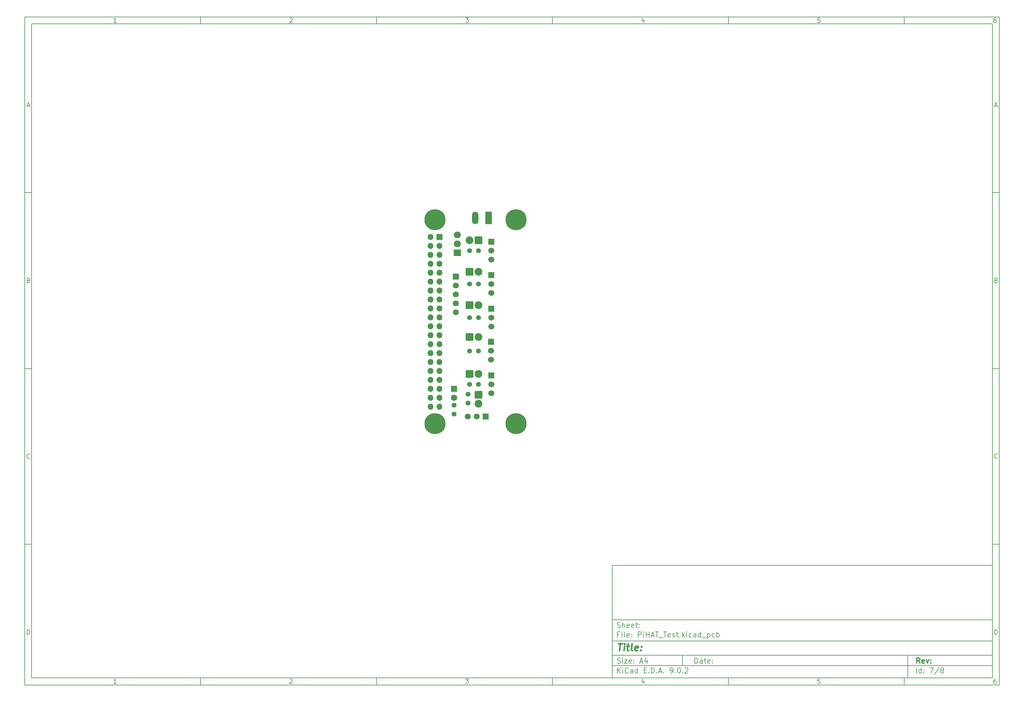
<source format=gbr>
%TF.GenerationSoftware,KiCad,Pcbnew,9.0.2*%
%TF.CreationDate,2025-07-16T09:33:13+08:00*%
%TF.ProjectId,PiHAT_Test,50694841-545f-4546-9573-742e6b696361,rev?*%
%TF.SameCoordinates,Original*%
%TF.FileFunction,Soldermask,Bot*%
%TF.FilePolarity,Negative*%
%FSLAX46Y46*%
G04 Gerber Fmt 4.6, Leading zero omitted, Abs format (unit mm)*
G04 Created by KiCad (PCBNEW 9.0.2) date 2025-07-16 09:33:13*
%MOMM*%
%LPD*%
G01*
G04 APERTURE LIST*
G04 Aperture macros list*
%AMRoundRect*
0 Rectangle with rounded corners*
0 $1 Rounding radius*
0 $2 $3 $4 $5 $6 $7 $8 $9 X,Y pos of 4 corners*
0 Add a 4 corners polygon primitive as box body*
4,1,4,$2,$3,$4,$5,$6,$7,$8,$9,$2,$3,0*
0 Add four circle primitives for the rounded corners*
1,1,$1+$1,$2,$3*
1,1,$1+$1,$4,$5*
1,1,$1+$1,$6,$7*
1,1,$1+$1,$8,$9*
0 Add four rect primitives between the rounded corners*
20,1,$1+$1,$2,$3,$4,$5,0*
20,1,$1+$1,$4,$5,$6,$7,0*
20,1,$1+$1,$6,$7,$8,$9,0*
20,1,$1+$1,$8,$9,$2,$3,0*%
G04 Aperture macros list end*
%ADD10C,0.100000*%
%ADD11C,0.150000*%
%ADD12C,0.300000*%
%ADD13C,0.400000*%
%ADD14C,6.000000*%
%ADD15R,1.700000X1.700000*%
%ADD16O,1.700000X1.700000*%
%ADD17C,1.700000*%
%ADD18RoundRect,0.249999X-0.850001X-0.850001X0.850001X-0.850001X0.850001X0.850001X-0.850001X0.850001X0*%
%ADD19C,2.200000*%
%ADD20R,1.800000X1.800000*%
%ADD21C,1.800000*%
%ADD22RoundRect,0.250000X0.650000X1.550000X-0.650000X1.550000X-0.650000X-1.550000X0.650000X-1.550000X0*%
%ADD23O,1.800000X3.600000*%
%ADD24C,1.400000*%
%ADD25RoundRect,0.249999X-0.850001X0.850001X-0.850001X-0.850001X0.850001X-0.850001X0.850001X0.850001X0*%
%ADD26RoundRect,0.249999X0.850001X0.850001X-0.850001X0.850001X-0.850001X-0.850001X0.850001X-0.850001X0*%
%ADD27R,2.000000X1.905000*%
%ADD28O,2.000000X1.905000*%
G04 APERTURE END LIST*
D10*
D11*
X177002200Y-166007200D02*
X285002200Y-166007200D01*
X285002200Y-198007200D01*
X177002200Y-198007200D01*
X177002200Y-166007200D01*
D10*
D11*
X10000000Y-10000000D02*
X287002200Y-10000000D01*
X287002200Y-200007200D01*
X10000000Y-200007200D01*
X10000000Y-10000000D01*
D10*
D11*
X12000000Y-12000000D02*
X285002200Y-12000000D01*
X285002200Y-198007200D01*
X12000000Y-198007200D01*
X12000000Y-12000000D01*
D10*
D11*
X60000000Y-12000000D02*
X60000000Y-10000000D01*
D10*
D11*
X110000000Y-12000000D02*
X110000000Y-10000000D01*
D10*
D11*
X160000000Y-12000000D02*
X160000000Y-10000000D01*
D10*
D11*
X210000000Y-12000000D02*
X210000000Y-10000000D01*
D10*
D11*
X260000000Y-12000000D02*
X260000000Y-10000000D01*
D10*
D11*
X36089160Y-11593604D02*
X35346303Y-11593604D01*
X35717731Y-11593604D02*
X35717731Y-10293604D01*
X35717731Y-10293604D02*
X35593922Y-10479319D01*
X35593922Y-10479319D02*
X35470112Y-10603128D01*
X35470112Y-10603128D02*
X35346303Y-10665033D01*
D10*
D11*
X85346303Y-10417414D02*
X85408207Y-10355509D01*
X85408207Y-10355509D02*
X85532017Y-10293604D01*
X85532017Y-10293604D02*
X85841541Y-10293604D01*
X85841541Y-10293604D02*
X85965350Y-10355509D01*
X85965350Y-10355509D02*
X86027255Y-10417414D01*
X86027255Y-10417414D02*
X86089160Y-10541223D01*
X86089160Y-10541223D02*
X86089160Y-10665033D01*
X86089160Y-10665033D02*
X86027255Y-10850747D01*
X86027255Y-10850747D02*
X85284398Y-11593604D01*
X85284398Y-11593604D02*
X86089160Y-11593604D01*
D10*
D11*
X135284398Y-10293604D02*
X136089160Y-10293604D01*
X136089160Y-10293604D02*
X135655826Y-10788842D01*
X135655826Y-10788842D02*
X135841541Y-10788842D01*
X135841541Y-10788842D02*
X135965350Y-10850747D01*
X135965350Y-10850747D02*
X136027255Y-10912652D01*
X136027255Y-10912652D02*
X136089160Y-11036461D01*
X136089160Y-11036461D02*
X136089160Y-11345985D01*
X136089160Y-11345985D02*
X136027255Y-11469795D01*
X136027255Y-11469795D02*
X135965350Y-11531700D01*
X135965350Y-11531700D02*
X135841541Y-11593604D01*
X135841541Y-11593604D02*
X135470112Y-11593604D01*
X135470112Y-11593604D02*
X135346303Y-11531700D01*
X135346303Y-11531700D02*
X135284398Y-11469795D01*
D10*
D11*
X185965350Y-10726938D02*
X185965350Y-11593604D01*
X185655826Y-10231700D02*
X185346303Y-11160271D01*
X185346303Y-11160271D02*
X186151064Y-11160271D01*
D10*
D11*
X236027255Y-10293604D02*
X235408207Y-10293604D01*
X235408207Y-10293604D02*
X235346303Y-10912652D01*
X235346303Y-10912652D02*
X235408207Y-10850747D01*
X235408207Y-10850747D02*
X235532017Y-10788842D01*
X235532017Y-10788842D02*
X235841541Y-10788842D01*
X235841541Y-10788842D02*
X235965350Y-10850747D01*
X235965350Y-10850747D02*
X236027255Y-10912652D01*
X236027255Y-10912652D02*
X236089160Y-11036461D01*
X236089160Y-11036461D02*
X236089160Y-11345985D01*
X236089160Y-11345985D02*
X236027255Y-11469795D01*
X236027255Y-11469795D02*
X235965350Y-11531700D01*
X235965350Y-11531700D02*
X235841541Y-11593604D01*
X235841541Y-11593604D02*
X235532017Y-11593604D01*
X235532017Y-11593604D02*
X235408207Y-11531700D01*
X235408207Y-11531700D02*
X235346303Y-11469795D01*
D10*
D11*
X285965350Y-10293604D02*
X285717731Y-10293604D01*
X285717731Y-10293604D02*
X285593922Y-10355509D01*
X285593922Y-10355509D02*
X285532017Y-10417414D01*
X285532017Y-10417414D02*
X285408207Y-10603128D01*
X285408207Y-10603128D02*
X285346303Y-10850747D01*
X285346303Y-10850747D02*
X285346303Y-11345985D01*
X285346303Y-11345985D02*
X285408207Y-11469795D01*
X285408207Y-11469795D02*
X285470112Y-11531700D01*
X285470112Y-11531700D02*
X285593922Y-11593604D01*
X285593922Y-11593604D02*
X285841541Y-11593604D01*
X285841541Y-11593604D02*
X285965350Y-11531700D01*
X285965350Y-11531700D02*
X286027255Y-11469795D01*
X286027255Y-11469795D02*
X286089160Y-11345985D01*
X286089160Y-11345985D02*
X286089160Y-11036461D01*
X286089160Y-11036461D02*
X286027255Y-10912652D01*
X286027255Y-10912652D02*
X285965350Y-10850747D01*
X285965350Y-10850747D02*
X285841541Y-10788842D01*
X285841541Y-10788842D02*
X285593922Y-10788842D01*
X285593922Y-10788842D02*
X285470112Y-10850747D01*
X285470112Y-10850747D02*
X285408207Y-10912652D01*
X285408207Y-10912652D02*
X285346303Y-11036461D01*
D10*
D11*
X60000000Y-198007200D02*
X60000000Y-200007200D01*
D10*
D11*
X110000000Y-198007200D02*
X110000000Y-200007200D01*
D10*
D11*
X160000000Y-198007200D02*
X160000000Y-200007200D01*
D10*
D11*
X210000000Y-198007200D02*
X210000000Y-200007200D01*
D10*
D11*
X260000000Y-198007200D02*
X260000000Y-200007200D01*
D10*
D11*
X36089160Y-199600804D02*
X35346303Y-199600804D01*
X35717731Y-199600804D02*
X35717731Y-198300804D01*
X35717731Y-198300804D02*
X35593922Y-198486519D01*
X35593922Y-198486519D02*
X35470112Y-198610328D01*
X35470112Y-198610328D02*
X35346303Y-198672233D01*
D10*
D11*
X85346303Y-198424614D02*
X85408207Y-198362709D01*
X85408207Y-198362709D02*
X85532017Y-198300804D01*
X85532017Y-198300804D02*
X85841541Y-198300804D01*
X85841541Y-198300804D02*
X85965350Y-198362709D01*
X85965350Y-198362709D02*
X86027255Y-198424614D01*
X86027255Y-198424614D02*
X86089160Y-198548423D01*
X86089160Y-198548423D02*
X86089160Y-198672233D01*
X86089160Y-198672233D02*
X86027255Y-198857947D01*
X86027255Y-198857947D02*
X85284398Y-199600804D01*
X85284398Y-199600804D02*
X86089160Y-199600804D01*
D10*
D11*
X135284398Y-198300804D02*
X136089160Y-198300804D01*
X136089160Y-198300804D02*
X135655826Y-198796042D01*
X135655826Y-198796042D02*
X135841541Y-198796042D01*
X135841541Y-198796042D02*
X135965350Y-198857947D01*
X135965350Y-198857947D02*
X136027255Y-198919852D01*
X136027255Y-198919852D02*
X136089160Y-199043661D01*
X136089160Y-199043661D02*
X136089160Y-199353185D01*
X136089160Y-199353185D02*
X136027255Y-199476995D01*
X136027255Y-199476995D02*
X135965350Y-199538900D01*
X135965350Y-199538900D02*
X135841541Y-199600804D01*
X135841541Y-199600804D02*
X135470112Y-199600804D01*
X135470112Y-199600804D02*
X135346303Y-199538900D01*
X135346303Y-199538900D02*
X135284398Y-199476995D01*
D10*
D11*
X185965350Y-198734138D02*
X185965350Y-199600804D01*
X185655826Y-198238900D02*
X185346303Y-199167471D01*
X185346303Y-199167471D02*
X186151064Y-199167471D01*
D10*
D11*
X236027255Y-198300804D02*
X235408207Y-198300804D01*
X235408207Y-198300804D02*
X235346303Y-198919852D01*
X235346303Y-198919852D02*
X235408207Y-198857947D01*
X235408207Y-198857947D02*
X235532017Y-198796042D01*
X235532017Y-198796042D02*
X235841541Y-198796042D01*
X235841541Y-198796042D02*
X235965350Y-198857947D01*
X235965350Y-198857947D02*
X236027255Y-198919852D01*
X236027255Y-198919852D02*
X236089160Y-199043661D01*
X236089160Y-199043661D02*
X236089160Y-199353185D01*
X236089160Y-199353185D02*
X236027255Y-199476995D01*
X236027255Y-199476995D02*
X235965350Y-199538900D01*
X235965350Y-199538900D02*
X235841541Y-199600804D01*
X235841541Y-199600804D02*
X235532017Y-199600804D01*
X235532017Y-199600804D02*
X235408207Y-199538900D01*
X235408207Y-199538900D02*
X235346303Y-199476995D01*
D10*
D11*
X285965350Y-198300804D02*
X285717731Y-198300804D01*
X285717731Y-198300804D02*
X285593922Y-198362709D01*
X285593922Y-198362709D02*
X285532017Y-198424614D01*
X285532017Y-198424614D02*
X285408207Y-198610328D01*
X285408207Y-198610328D02*
X285346303Y-198857947D01*
X285346303Y-198857947D02*
X285346303Y-199353185D01*
X285346303Y-199353185D02*
X285408207Y-199476995D01*
X285408207Y-199476995D02*
X285470112Y-199538900D01*
X285470112Y-199538900D02*
X285593922Y-199600804D01*
X285593922Y-199600804D02*
X285841541Y-199600804D01*
X285841541Y-199600804D02*
X285965350Y-199538900D01*
X285965350Y-199538900D02*
X286027255Y-199476995D01*
X286027255Y-199476995D02*
X286089160Y-199353185D01*
X286089160Y-199353185D02*
X286089160Y-199043661D01*
X286089160Y-199043661D02*
X286027255Y-198919852D01*
X286027255Y-198919852D02*
X285965350Y-198857947D01*
X285965350Y-198857947D02*
X285841541Y-198796042D01*
X285841541Y-198796042D02*
X285593922Y-198796042D01*
X285593922Y-198796042D02*
X285470112Y-198857947D01*
X285470112Y-198857947D02*
X285408207Y-198919852D01*
X285408207Y-198919852D02*
X285346303Y-199043661D01*
D10*
D11*
X10000000Y-60000000D02*
X12000000Y-60000000D01*
D10*
D11*
X10000000Y-110000000D02*
X12000000Y-110000000D01*
D10*
D11*
X10000000Y-160000000D02*
X12000000Y-160000000D01*
D10*
D11*
X10690476Y-35222176D02*
X11309523Y-35222176D01*
X10566666Y-35593604D02*
X10999999Y-34293604D01*
X10999999Y-34293604D02*
X11433333Y-35593604D01*
D10*
D11*
X11092857Y-84912652D02*
X11278571Y-84974557D01*
X11278571Y-84974557D02*
X11340476Y-85036461D01*
X11340476Y-85036461D02*
X11402380Y-85160271D01*
X11402380Y-85160271D02*
X11402380Y-85345985D01*
X11402380Y-85345985D02*
X11340476Y-85469795D01*
X11340476Y-85469795D02*
X11278571Y-85531700D01*
X11278571Y-85531700D02*
X11154761Y-85593604D01*
X11154761Y-85593604D02*
X10659523Y-85593604D01*
X10659523Y-85593604D02*
X10659523Y-84293604D01*
X10659523Y-84293604D02*
X11092857Y-84293604D01*
X11092857Y-84293604D02*
X11216666Y-84355509D01*
X11216666Y-84355509D02*
X11278571Y-84417414D01*
X11278571Y-84417414D02*
X11340476Y-84541223D01*
X11340476Y-84541223D02*
X11340476Y-84665033D01*
X11340476Y-84665033D02*
X11278571Y-84788842D01*
X11278571Y-84788842D02*
X11216666Y-84850747D01*
X11216666Y-84850747D02*
X11092857Y-84912652D01*
X11092857Y-84912652D02*
X10659523Y-84912652D01*
D10*
D11*
X11402380Y-135469795D02*
X11340476Y-135531700D01*
X11340476Y-135531700D02*
X11154761Y-135593604D01*
X11154761Y-135593604D02*
X11030952Y-135593604D01*
X11030952Y-135593604D02*
X10845238Y-135531700D01*
X10845238Y-135531700D02*
X10721428Y-135407890D01*
X10721428Y-135407890D02*
X10659523Y-135284080D01*
X10659523Y-135284080D02*
X10597619Y-135036461D01*
X10597619Y-135036461D02*
X10597619Y-134850747D01*
X10597619Y-134850747D02*
X10659523Y-134603128D01*
X10659523Y-134603128D02*
X10721428Y-134479319D01*
X10721428Y-134479319D02*
X10845238Y-134355509D01*
X10845238Y-134355509D02*
X11030952Y-134293604D01*
X11030952Y-134293604D02*
X11154761Y-134293604D01*
X11154761Y-134293604D02*
X11340476Y-134355509D01*
X11340476Y-134355509D02*
X11402380Y-134417414D01*
D10*
D11*
X10659523Y-185593604D02*
X10659523Y-184293604D01*
X10659523Y-184293604D02*
X10969047Y-184293604D01*
X10969047Y-184293604D02*
X11154761Y-184355509D01*
X11154761Y-184355509D02*
X11278571Y-184479319D01*
X11278571Y-184479319D02*
X11340476Y-184603128D01*
X11340476Y-184603128D02*
X11402380Y-184850747D01*
X11402380Y-184850747D02*
X11402380Y-185036461D01*
X11402380Y-185036461D02*
X11340476Y-185284080D01*
X11340476Y-185284080D02*
X11278571Y-185407890D01*
X11278571Y-185407890D02*
X11154761Y-185531700D01*
X11154761Y-185531700D02*
X10969047Y-185593604D01*
X10969047Y-185593604D02*
X10659523Y-185593604D01*
D10*
D11*
X287002200Y-60000000D02*
X285002200Y-60000000D01*
D10*
D11*
X287002200Y-110000000D02*
X285002200Y-110000000D01*
D10*
D11*
X287002200Y-160000000D02*
X285002200Y-160000000D01*
D10*
D11*
X285692676Y-35222176D02*
X286311723Y-35222176D01*
X285568866Y-35593604D02*
X286002199Y-34293604D01*
X286002199Y-34293604D02*
X286435533Y-35593604D01*
D10*
D11*
X286095057Y-84912652D02*
X286280771Y-84974557D01*
X286280771Y-84974557D02*
X286342676Y-85036461D01*
X286342676Y-85036461D02*
X286404580Y-85160271D01*
X286404580Y-85160271D02*
X286404580Y-85345985D01*
X286404580Y-85345985D02*
X286342676Y-85469795D01*
X286342676Y-85469795D02*
X286280771Y-85531700D01*
X286280771Y-85531700D02*
X286156961Y-85593604D01*
X286156961Y-85593604D02*
X285661723Y-85593604D01*
X285661723Y-85593604D02*
X285661723Y-84293604D01*
X285661723Y-84293604D02*
X286095057Y-84293604D01*
X286095057Y-84293604D02*
X286218866Y-84355509D01*
X286218866Y-84355509D02*
X286280771Y-84417414D01*
X286280771Y-84417414D02*
X286342676Y-84541223D01*
X286342676Y-84541223D02*
X286342676Y-84665033D01*
X286342676Y-84665033D02*
X286280771Y-84788842D01*
X286280771Y-84788842D02*
X286218866Y-84850747D01*
X286218866Y-84850747D02*
X286095057Y-84912652D01*
X286095057Y-84912652D02*
X285661723Y-84912652D01*
D10*
D11*
X286404580Y-135469795D02*
X286342676Y-135531700D01*
X286342676Y-135531700D02*
X286156961Y-135593604D01*
X286156961Y-135593604D02*
X286033152Y-135593604D01*
X286033152Y-135593604D02*
X285847438Y-135531700D01*
X285847438Y-135531700D02*
X285723628Y-135407890D01*
X285723628Y-135407890D02*
X285661723Y-135284080D01*
X285661723Y-135284080D02*
X285599819Y-135036461D01*
X285599819Y-135036461D02*
X285599819Y-134850747D01*
X285599819Y-134850747D02*
X285661723Y-134603128D01*
X285661723Y-134603128D02*
X285723628Y-134479319D01*
X285723628Y-134479319D02*
X285847438Y-134355509D01*
X285847438Y-134355509D02*
X286033152Y-134293604D01*
X286033152Y-134293604D02*
X286156961Y-134293604D01*
X286156961Y-134293604D02*
X286342676Y-134355509D01*
X286342676Y-134355509D02*
X286404580Y-134417414D01*
D10*
D11*
X285661723Y-185593604D02*
X285661723Y-184293604D01*
X285661723Y-184293604D02*
X285971247Y-184293604D01*
X285971247Y-184293604D02*
X286156961Y-184355509D01*
X286156961Y-184355509D02*
X286280771Y-184479319D01*
X286280771Y-184479319D02*
X286342676Y-184603128D01*
X286342676Y-184603128D02*
X286404580Y-184850747D01*
X286404580Y-184850747D02*
X286404580Y-185036461D01*
X286404580Y-185036461D02*
X286342676Y-185284080D01*
X286342676Y-185284080D02*
X286280771Y-185407890D01*
X286280771Y-185407890D02*
X286156961Y-185531700D01*
X286156961Y-185531700D02*
X285971247Y-185593604D01*
X285971247Y-185593604D02*
X285661723Y-185593604D01*
D10*
D11*
X200458026Y-193793328D02*
X200458026Y-192293328D01*
X200458026Y-192293328D02*
X200815169Y-192293328D01*
X200815169Y-192293328D02*
X201029455Y-192364757D01*
X201029455Y-192364757D02*
X201172312Y-192507614D01*
X201172312Y-192507614D02*
X201243741Y-192650471D01*
X201243741Y-192650471D02*
X201315169Y-192936185D01*
X201315169Y-192936185D02*
X201315169Y-193150471D01*
X201315169Y-193150471D02*
X201243741Y-193436185D01*
X201243741Y-193436185D02*
X201172312Y-193579042D01*
X201172312Y-193579042D02*
X201029455Y-193721900D01*
X201029455Y-193721900D02*
X200815169Y-193793328D01*
X200815169Y-193793328D02*
X200458026Y-193793328D01*
X202600884Y-193793328D02*
X202600884Y-193007614D01*
X202600884Y-193007614D02*
X202529455Y-192864757D01*
X202529455Y-192864757D02*
X202386598Y-192793328D01*
X202386598Y-192793328D02*
X202100884Y-192793328D01*
X202100884Y-192793328D02*
X201958026Y-192864757D01*
X202600884Y-193721900D02*
X202458026Y-193793328D01*
X202458026Y-193793328D02*
X202100884Y-193793328D01*
X202100884Y-193793328D02*
X201958026Y-193721900D01*
X201958026Y-193721900D02*
X201886598Y-193579042D01*
X201886598Y-193579042D02*
X201886598Y-193436185D01*
X201886598Y-193436185D02*
X201958026Y-193293328D01*
X201958026Y-193293328D02*
X202100884Y-193221900D01*
X202100884Y-193221900D02*
X202458026Y-193221900D01*
X202458026Y-193221900D02*
X202600884Y-193150471D01*
X203100884Y-192793328D02*
X203672312Y-192793328D01*
X203315169Y-192293328D02*
X203315169Y-193579042D01*
X203315169Y-193579042D02*
X203386598Y-193721900D01*
X203386598Y-193721900D02*
X203529455Y-193793328D01*
X203529455Y-193793328D02*
X203672312Y-193793328D01*
X204743741Y-193721900D02*
X204600884Y-193793328D01*
X204600884Y-193793328D02*
X204315170Y-193793328D01*
X204315170Y-193793328D02*
X204172312Y-193721900D01*
X204172312Y-193721900D02*
X204100884Y-193579042D01*
X204100884Y-193579042D02*
X204100884Y-193007614D01*
X204100884Y-193007614D02*
X204172312Y-192864757D01*
X204172312Y-192864757D02*
X204315170Y-192793328D01*
X204315170Y-192793328D02*
X204600884Y-192793328D01*
X204600884Y-192793328D02*
X204743741Y-192864757D01*
X204743741Y-192864757D02*
X204815170Y-193007614D01*
X204815170Y-193007614D02*
X204815170Y-193150471D01*
X204815170Y-193150471D02*
X204100884Y-193293328D01*
X205458026Y-193650471D02*
X205529455Y-193721900D01*
X205529455Y-193721900D02*
X205458026Y-193793328D01*
X205458026Y-193793328D02*
X205386598Y-193721900D01*
X205386598Y-193721900D02*
X205458026Y-193650471D01*
X205458026Y-193650471D02*
X205458026Y-193793328D01*
X205458026Y-192864757D02*
X205529455Y-192936185D01*
X205529455Y-192936185D02*
X205458026Y-193007614D01*
X205458026Y-193007614D02*
X205386598Y-192936185D01*
X205386598Y-192936185D02*
X205458026Y-192864757D01*
X205458026Y-192864757D02*
X205458026Y-193007614D01*
D10*
D11*
X177002200Y-194507200D02*
X285002200Y-194507200D01*
D10*
D11*
X178458026Y-196593328D02*
X178458026Y-195093328D01*
X179315169Y-196593328D02*
X178672312Y-195736185D01*
X179315169Y-195093328D02*
X178458026Y-195950471D01*
X179958026Y-196593328D02*
X179958026Y-195593328D01*
X179958026Y-195093328D02*
X179886598Y-195164757D01*
X179886598Y-195164757D02*
X179958026Y-195236185D01*
X179958026Y-195236185D02*
X180029455Y-195164757D01*
X180029455Y-195164757D02*
X179958026Y-195093328D01*
X179958026Y-195093328D02*
X179958026Y-195236185D01*
X181529455Y-196450471D02*
X181458027Y-196521900D01*
X181458027Y-196521900D02*
X181243741Y-196593328D01*
X181243741Y-196593328D02*
X181100884Y-196593328D01*
X181100884Y-196593328D02*
X180886598Y-196521900D01*
X180886598Y-196521900D02*
X180743741Y-196379042D01*
X180743741Y-196379042D02*
X180672312Y-196236185D01*
X180672312Y-196236185D02*
X180600884Y-195950471D01*
X180600884Y-195950471D02*
X180600884Y-195736185D01*
X180600884Y-195736185D02*
X180672312Y-195450471D01*
X180672312Y-195450471D02*
X180743741Y-195307614D01*
X180743741Y-195307614D02*
X180886598Y-195164757D01*
X180886598Y-195164757D02*
X181100884Y-195093328D01*
X181100884Y-195093328D02*
X181243741Y-195093328D01*
X181243741Y-195093328D02*
X181458027Y-195164757D01*
X181458027Y-195164757D02*
X181529455Y-195236185D01*
X182815170Y-196593328D02*
X182815170Y-195807614D01*
X182815170Y-195807614D02*
X182743741Y-195664757D01*
X182743741Y-195664757D02*
X182600884Y-195593328D01*
X182600884Y-195593328D02*
X182315170Y-195593328D01*
X182315170Y-195593328D02*
X182172312Y-195664757D01*
X182815170Y-196521900D02*
X182672312Y-196593328D01*
X182672312Y-196593328D02*
X182315170Y-196593328D01*
X182315170Y-196593328D02*
X182172312Y-196521900D01*
X182172312Y-196521900D02*
X182100884Y-196379042D01*
X182100884Y-196379042D02*
X182100884Y-196236185D01*
X182100884Y-196236185D02*
X182172312Y-196093328D01*
X182172312Y-196093328D02*
X182315170Y-196021900D01*
X182315170Y-196021900D02*
X182672312Y-196021900D01*
X182672312Y-196021900D02*
X182815170Y-195950471D01*
X184172313Y-196593328D02*
X184172313Y-195093328D01*
X184172313Y-196521900D02*
X184029455Y-196593328D01*
X184029455Y-196593328D02*
X183743741Y-196593328D01*
X183743741Y-196593328D02*
X183600884Y-196521900D01*
X183600884Y-196521900D02*
X183529455Y-196450471D01*
X183529455Y-196450471D02*
X183458027Y-196307614D01*
X183458027Y-196307614D02*
X183458027Y-195879042D01*
X183458027Y-195879042D02*
X183529455Y-195736185D01*
X183529455Y-195736185D02*
X183600884Y-195664757D01*
X183600884Y-195664757D02*
X183743741Y-195593328D01*
X183743741Y-195593328D02*
X184029455Y-195593328D01*
X184029455Y-195593328D02*
X184172313Y-195664757D01*
X186029455Y-195807614D02*
X186529455Y-195807614D01*
X186743741Y-196593328D02*
X186029455Y-196593328D01*
X186029455Y-196593328D02*
X186029455Y-195093328D01*
X186029455Y-195093328D02*
X186743741Y-195093328D01*
X187386598Y-196450471D02*
X187458027Y-196521900D01*
X187458027Y-196521900D02*
X187386598Y-196593328D01*
X187386598Y-196593328D02*
X187315170Y-196521900D01*
X187315170Y-196521900D02*
X187386598Y-196450471D01*
X187386598Y-196450471D02*
X187386598Y-196593328D01*
X188100884Y-196593328D02*
X188100884Y-195093328D01*
X188100884Y-195093328D02*
X188458027Y-195093328D01*
X188458027Y-195093328D02*
X188672313Y-195164757D01*
X188672313Y-195164757D02*
X188815170Y-195307614D01*
X188815170Y-195307614D02*
X188886599Y-195450471D01*
X188886599Y-195450471D02*
X188958027Y-195736185D01*
X188958027Y-195736185D02*
X188958027Y-195950471D01*
X188958027Y-195950471D02*
X188886599Y-196236185D01*
X188886599Y-196236185D02*
X188815170Y-196379042D01*
X188815170Y-196379042D02*
X188672313Y-196521900D01*
X188672313Y-196521900D02*
X188458027Y-196593328D01*
X188458027Y-196593328D02*
X188100884Y-196593328D01*
X189600884Y-196450471D02*
X189672313Y-196521900D01*
X189672313Y-196521900D02*
X189600884Y-196593328D01*
X189600884Y-196593328D02*
X189529456Y-196521900D01*
X189529456Y-196521900D02*
X189600884Y-196450471D01*
X189600884Y-196450471D02*
X189600884Y-196593328D01*
X190243742Y-196164757D02*
X190958028Y-196164757D01*
X190100885Y-196593328D02*
X190600885Y-195093328D01*
X190600885Y-195093328D02*
X191100885Y-196593328D01*
X191600884Y-196450471D02*
X191672313Y-196521900D01*
X191672313Y-196521900D02*
X191600884Y-196593328D01*
X191600884Y-196593328D02*
X191529456Y-196521900D01*
X191529456Y-196521900D02*
X191600884Y-196450471D01*
X191600884Y-196450471D02*
X191600884Y-196593328D01*
X193529456Y-196593328D02*
X193815170Y-196593328D01*
X193815170Y-196593328D02*
X193958027Y-196521900D01*
X193958027Y-196521900D02*
X194029456Y-196450471D01*
X194029456Y-196450471D02*
X194172313Y-196236185D01*
X194172313Y-196236185D02*
X194243742Y-195950471D01*
X194243742Y-195950471D02*
X194243742Y-195379042D01*
X194243742Y-195379042D02*
X194172313Y-195236185D01*
X194172313Y-195236185D02*
X194100885Y-195164757D01*
X194100885Y-195164757D02*
X193958027Y-195093328D01*
X193958027Y-195093328D02*
X193672313Y-195093328D01*
X193672313Y-195093328D02*
X193529456Y-195164757D01*
X193529456Y-195164757D02*
X193458027Y-195236185D01*
X193458027Y-195236185D02*
X193386599Y-195379042D01*
X193386599Y-195379042D02*
X193386599Y-195736185D01*
X193386599Y-195736185D02*
X193458027Y-195879042D01*
X193458027Y-195879042D02*
X193529456Y-195950471D01*
X193529456Y-195950471D02*
X193672313Y-196021900D01*
X193672313Y-196021900D02*
X193958027Y-196021900D01*
X193958027Y-196021900D02*
X194100885Y-195950471D01*
X194100885Y-195950471D02*
X194172313Y-195879042D01*
X194172313Y-195879042D02*
X194243742Y-195736185D01*
X194886598Y-196450471D02*
X194958027Y-196521900D01*
X194958027Y-196521900D02*
X194886598Y-196593328D01*
X194886598Y-196593328D02*
X194815170Y-196521900D01*
X194815170Y-196521900D02*
X194886598Y-196450471D01*
X194886598Y-196450471D02*
X194886598Y-196593328D01*
X195886599Y-195093328D02*
X196029456Y-195093328D01*
X196029456Y-195093328D02*
X196172313Y-195164757D01*
X196172313Y-195164757D02*
X196243742Y-195236185D01*
X196243742Y-195236185D02*
X196315170Y-195379042D01*
X196315170Y-195379042D02*
X196386599Y-195664757D01*
X196386599Y-195664757D02*
X196386599Y-196021900D01*
X196386599Y-196021900D02*
X196315170Y-196307614D01*
X196315170Y-196307614D02*
X196243742Y-196450471D01*
X196243742Y-196450471D02*
X196172313Y-196521900D01*
X196172313Y-196521900D02*
X196029456Y-196593328D01*
X196029456Y-196593328D02*
X195886599Y-196593328D01*
X195886599Y-196593328D02*
X195743742Y-196521900D01*
X195743742Y-196521900D02*
X195672313Y-196450471D01*
X195672313Y-196450471D02*
X195600884Y-196307614D01*
X195600884Y-196307614D02*
X195529456Y-196021900D01*
X195529456Y-196021900D02*
X195529456Y-195664757D01*
X195529456Y-195664757D02*
X195600884Y-195379042D01*
X195600884Y-195379042D02*
X195672313Y-195236185D01*
X195672313Y-195236185D02*
X195743742Y-195164757D01*
X195743742Y-195164757D02*
X195886599Y-195093328D01*
X197029455Y-196450471D02*
X197100884Y-196521900D01*
X197100884Y-196521900D02*
X197029455Y-196593328D01*
X197029455Y-196593328D02*
X196958027Y-196521900D01*
X196958027Y-196521900D02*
X197029455Y-196450471D01*
X197029455Y-196450471D02*
X197029455Y-196593328D01*
X197672313Y-195236185D02*
X197743741Y-195164757D01*
X197743741Y-195164757D02*
X197886599Y-195093328D01*
X197886599Y-195093328D02*
X198243741Y-195093328D01*
X198243741Y-195093328D02*
X198386599Y-195164757D01*
X198386599Y-195164757D02*
X198458027Y-195236185D01*
X198458027Y-195236185D02*
X198529456Y-195379042D01*
X198529456Y-195379042D02*
X198529456Y-195521900D01*
X198529456Y-195521900D02*
X198458027Y-195736185D01*
X198458027Y-195736185D02*
X197600884Y-196593328D01*
X197600884Y-196593328D02*
X198529456Y-196593328D01*
D10*
D11*
X177002200Y-191507200D02*
X285002200Y-191507200D01*
D10*
D12*
X264413853Y-193785528D02*
X263913853Y-193071242D01*
X263556710Y-193785528D02*
X263556710Y-192285528D01*
X263556710Y-192285528D02*
X264128139Y-192285528D01*
X264128139Y-192285528D02*
X264270996Y-192356957D01*
X264270996Y-192356957D02*
X264342425Y-192428385D01*
X264342425Y-192428385D02*
X264413853Y-192571242D01*
X264413853Y-192571242D02*
X264413853Y-192785528D01*
X264413853Y-192785528D02*
X264342425Y-192928385D01*
X264342425Y-192928385D02*
X264270996Y-192999814D01*
X264270996Y-192999814D02*
X264128139Y-193071242D01*
X264128139Y-193071242D02*
X263556710Y-193071242D01*
X265628139Y-193714100D02*
X265485282Y-193785528D01*
X265485282Y-193785528D02*
X265199568Y-193785528D01*
X265199568Y-193785528D02*
X265056710Y-193714100D01*
X265056710Y-193714100D02*
X264985282Y-193571242D01*
X264985282Y-193571242D02*
X264985282Y-192999814D01*
X264985282Y-192999814D02*
X265056710Y-192856957D01*
X265056710Y-192856957D02*
X265199568Y-192785528D01*
X265199568Y-192785528D02*
X265485282Y-192785528D01*
X265485282Y-192785528D02*
X265628139Y-192856957D01*
X265628139Y-192856957D02*
X265699568Y-192999814D01*
X265699568Y-192999814D02*
X265699568Y-193142671D01*
X265699568Y-193142671D02*
X264985282Y-193285528D01*
X266199567Y-192785528D02*
X266556710Y-193785528D01*
X266556710Y-193785528D02*
X266913853Y-192785528D01*
X267485281Y-193642671D02*
X267556710Y-193714100D01*
X267556710Y-193714100D02*
X267485281Y-193785528D01*
X267485281Y-193785528D02*
X267413853Y-193714100D01*
X267413853Y-193714100D02*
X267485281Y-193642671D01*
X267485281Y-193642671D02*
X267485281Y-193785528D01*
X267485281Y-192856957D02*
X267556710Y-192928385D01*
X267556710Y-192928385D02*
X267485281Y-192999814D01*
X267485281Y-192999814D02*
X267413853Y-192928385D01*
X267413853Y-192928385D02*
X267485281Y-192856957D01*
X267485281Y-192856957D02*
X267485281Y-192999814D01*
D10*
D11*
X178386598Y-193721900D02*
X178600884Y-193793328D01*
X178600884Y-193793328D02*
X178958026Y-193793328D01*
X178958026Y-193793328D02*
X179100884Y-193721900D01*
X179100884Y-193721900D02*
X179172312Y-193650471D01*
X179172312Y-193650471D02*
X179243741Y-193507614D01*
X179243741Y-193507614D02*
X179243741Y-193364757D01*
X179243741Y-193364757D02*
X179172312Y-193221900D01*
X179172312Y-193221900D02*
X179100884Y-193150471D01*
X179100884Y-193150471D02*
X178958026Y-193079042D01*
X178958026Y-193079042D02*
X178672312Y-193007614D01*
X178672312Y-193007614D02*
X178529455Y-192936185D01*
X178529455Y-192936185D02*
X178458026Y-192864757D01*
X178458026Y-192864757D02*
X178386598Y-192721900D01*
X178386598Y-192721900D02*
X178386598Y-192579042D01*
X178386598Y-192579042D02*
X178458026Y-192436185D01*
X178458026Y-192436185D02*
X178529455Y-192364757D01*
X178529455Y-192364757D02*
X178672312Y-192293328D01*
X178672312Y-192293328D02*
X179029455Y-192293328D01*
X179029455Y-192293328D02*
X179243741Y-192364757D01*
X179886597Y-193793328D02*
X179886597Y-192793328D01*
X179886597Y-192293328D02*
X179815169Y-192364757D01*
X179815169Y-192364757D02*
X179886597Y-192436185D01*
X179886597Y-192436185D02*
X179958026Y-192364757D01*
X179958026Y-192364757D02*
X179886597Y-192293328D01*
X179886597Y-192293328D02*
X179886597Y-192436185D01*
X180458026Y-192793328D02*
X181243741Y-192793328D01*
X181243741Y-192793328D02*
X180458026Y-193793328D01*
X180458026Y-193793328D02*
X181243741Y-193793328D01*
X182386598Y-193721900D02*
X182243741Y-193793328D01*
X182243741Y-193793328D02*
X181958027Y-193793328D01*
X181958027Y-193793328D02*
X181815169Y-193721900D01*
X181815169Y-193721900D02*
X181743741Y-193579042D01*
X181743741Y-193579042D02*
X181743741Y-193007614D01*
X181743741Y-193007614D02*
X181815169Y-192864757D01*
X181815169Y-192864757D02*
X181958027Y-192793328D01*
X181958027Y-192793328D02*
X182243741Y-192793328D01*
X182243741Y-192793328D02*
X182386598Y-192864757D01*
X182386598Y-192864757D02*
X182458027Y-193007614D01*
X182458027Y-193007614D02*
X182458027Y-193150471D01*
X182458027Y-193150471D02*
X181743741Y-193293328D01*
X183100883Y-193650471D02*
X183172312Y-193721900D01*
X183172312Y-193721900D02*
X183100883Y-193793328D01*
X183100883Y-193793328D02*
X183029455Y-193721900D01*
X183029455Y-193721900D02*
X183100883Y-193650471D01*
X183100883Y-193650471D02*
X183100883Y-193793328D01*
X183100883Y-192864757D02*
X183172312Y-192936185D01*
X183172312Y-192936185D02*
X183100883Y-193007614D01*
X183100883Y-193007614D02*
X183029455Y-192936185D01*
X183029455Y-192936185D02*
X183100883Y-192864757D01*
X183100883Y-192864757D02*
X183100883Y-193007614D01*
X184886598Y-193364757D02*
X185600884Y-193364757D01*
X184743741Y-193793328D02*
X185243741Y-192293328D01*
X185243741Y-192293328D02*
X185743741Y-193793328D01*
X186886598Y-192793328D02*
X186886598Y-193793328D01*
X186529455Y-192221900D02*
X186172312Y-193293328D01*
X186172312Y-193293328D02*
X187100883Y-193293328D01*
D10*
D11*
X263458026Y-196593328D02*
X263458026Y-195093328D01*
X264815170Y-196593328D02*
X264815170Y-195093328D01*
X264815170Y-196521900D02*
X264672312Y-196593328D01*
X264672312Y-196593328D02*
X264386598Y-196593328D01*
X264386598Y-196593328D02*
X264243741Y-196521900D01*
X264243741Y-196521900D02*
X264172312Y-196450471D01*
X264172312Y-196450471D02*
X264100884Y-196307614D01*
X264100884Y-196307614D02*
X264100884Y-195879042D01*
X264100884Y-195879042D02*
X264172312Y-195736185D01*
X264172312Y-195736185D02*
X264243741Y-195664757D01*
X264243741Y-195664757D02*
X264386598Y-195593328D01*
X264386598Y-195593328D02*
X264672312Y-195593328D01*
X264672312Y-195593328D02*
X264815170Y-195664757D01*
X265529455Y-196450471D02*
X265600884Y-196521900D01*
X265600884Y-196521900D02*
X265529455Y-196593328D01*
X265529455Y-196593328D02*
X265458027Y-196521900D01*
X265458027Y-196521900D02*
X265529455Y-196450471D01*
X265529455Y-196450471D02*
X265529455Y-196593328D01*
X265529455Y-195664757D02*
X265600884Y-195736185D01*
X265600884Y-195736185D02*
X265529455Y-195807614D01*
X265529455Y-195807614D02*
X265458027Y-195736185D01*
X265458027Y-195736185D02*
X265529455Y-195664757D01*
X265529455Y-195664757D02*
X265529455Y-195807614D01*
X267243741Y-195093328D02*
X268243741Y-195093328D01*
X268243741Y-195093328D02*
X267600884Y-196593328D01*
X269886598Y-195021900D02*
X268600884Y-196950471D01*
X270600884Y-195736185D02*
X270458027Y-195664757D01*
X270458027Y-195664757D02*
X270386598Y-195593328D01*
X270386598Y-195593328D02*
X270315170Y-195450471D01*
X270315170Y-195450471D02*
X270315170Y-195379042D01*
X270315170Y-195379042D02*
X270386598Y-195236185D01*
X270386598Y-195236185D02*
X270458027Y-195164757D01*
X270458027Y-195164757D02*
X270600884Y-195093328D01*
X270600884Y-195093328D02*
X270886598Y-195093328D01*
X270886598Y-195093328D02*
X271029456Y-195164757D01*
X271029456Y-195164757D02*
X271100884Y-195236185D01*
X271100884Y-195236185D02*
X271172313Y-195379042D01*
X271172313Y-195379042D02*
X271172313Y-195450471D01*
X271172313Y-195450471D02*
X271100884Y-195593328D01*
X271100884Y-195593328D02*
X271029456Y-195664757D01*
X271029456Y-195664757D02*
X270886598Y-195736185D01*
X270886598Y-195736185D02*
X270600884Y-195736185D01*
X270600884Y-195736185D02*
X270458027Y-195807614D01*
X270458027Y-195807614D02*
X270386598Y-195879042D01*
X270386598Y-195879042D02*
X270315170Y-196021900D01*
X270315170Y-196021900D02*
X270315170Y-196307614D01*
X270315170Y-196307614D02*
X270386598Y-196450471D01*
X270386598Y-196450471D02*
X270458027Y-196521900D01*
X270458027Y-196521900D02*
X270600884Y-196593328D01*
X270600884Y-196593328D02*
X270886598Y-196593328D01*
X270886598Y-196593328D02*
X271029456Y-196521900D01*
X271029456Y-196521900D02*
X271100884Y-196450471D01*
X271100884Y-196450471D02*
X271172313Y-196307614D01*
X271172313Y-196307614D02*
X271172313Y-196021900D01*
X271172313Y-196021900D02*
X271100884Y-195879042D01*
X271100884Y-195879042D02*
X271029456Y-195807614D01*
X271029456Y-195807614D02*
X270886598Y-195736185D01*
D10*
D11*
X177002200Y-187507200D02*
X285002200Y-187507200D01*
D10*
D13*
X178693928Y-188211638D02*
X179836785Y-188211638D01*
X179015357Y-190211638D02*
X179265357Y-188211638D01*
X180253452Y-190211638D02*
X180420119Y-188878304D01*
X180503452Y-188211638D02*
X180396309Y-188306876D01*
X180396309Y-188306876D02*
X180479643Y-188402114D01*
X180479643Y-188402114D02*
X180586786Y-188306876D01*
X180586786Y-188306876D02*
X180503452Y-188211638D01*
X180503452Y-188211638D02*
X180479643Y-188402114D01*
X181086786Y-188878304D02*
X181848690Y-188878304D01*
X181455833Y-188211638D02*
X181241548Y-189925923D01*
X181241548Y-189925923D02*
X181312976Y-190116400D01*
X181312976Y-190116400D02*
X181491548Y-190211638D01*
X181491548Y-190211638D02*
X181682024Y-190211638D01*
X182634405Y-190211638D02*
X182455833Y-190116400D01*
X182455833Y-190116400D02*
X182384405Y-189925923D01*
X182384405Y-189925923D02*
X182598690Y-188211638D01*
X184170119Y-190116400D02*
X183967738Y-190211638D01*
X183967738Y-190211638D02*
X183586785Y-190211638D01*
X183586785Y-190211638D02*
X183408214Y-190116400D01*
X183408214Y-190116400D02*
X183336785Y-189925923D01*
X183336785Y-189925923D02*
X183432024Y-189164019D01*
X183432024Y-189164019D02*
X183551071Y-188973542D01*
X183551071Y-188973542D02*
X183753452Y-188878304D01*
X183753452Y-188878304D02*
X184134404Y-188878304D01*
X184134404Y-188878304D02*
X184312976Y-188973542D01*
X184312976Y-188973542D02*
X184384404Y-189164019D01*
X184384404Y-189164019D02*
X184360595Y-189354495D01*
X184360595Y-189354495D02*
X183384404Y-189544971D01*
X185134405Y-190021161D02*
X185217738Y-190116400D01*
X185217738Y-190116400D02*
X185110595Y-190211638D01*
X185110595Y-190211638D02*
X185027262Y-190116400D01*
X185027262Y-190116400D02*
X185134405Y-190021161D01*
X185134405Y-190021161D02*
X185110595Y-190211638D01*
X185265357Y-188973542D02*
X185348690Y-189068780D01*
X185348690Y-189068780D02*
X185241548Y-189164019D01*
X185241548Y-189164019D02*
X185158214Y-189068780D01*
X185158214Y-189068780D02*
X185265357Y-188973542D01*
X185265357Y-188973542D02*
X185241548Y-189164019D01*
D10*
D11*
X178958026Y-185607614D02*
X178458026Y-185607614D01*
X178458026Y-186393328D02*
X178458026Y-184893328D01*
X178458026Y-184893328D02*
X179172312Y-184893328D01*
X179743740Y-186393328D02*
X179743740Y-185393328D01*
X179743740Y-184893328D02*
X179672312Y-184964757D01*
X179672312Y-184964757D02*
X179743740Y-185036185D01*
X179743740Y-185036185D02*
X179815169Y-184964757D01*
X179815169Y-184964757D02*
X179743740Y-184893328D01*
X179743740Y-184893328D02*
X179743740Y-185036185D01*
X180672312Y-186393328D02*
X180529455Y-186321900D01*
X180529455Y-186321900D02*
X180458026Y-186179042D01*
X180458026Y-186179042D02*
X180458026Y-184893328D01*
X181815169Y-186321900D02*
X181672312Y-186393328D01*
X181672312Y-186393328D02*
X181386598Y-186393328D01*
X181386598Y-186393328D02*
X181243740Y-186321900D01*
X181243740Y-186321900D02*
X181172312Y-186179042D01*
X181172312Y-186179042D02*
X181172312Y-185607614D01*
X181172312Y-185607614D02*
X181243740Y-185464757D01*
X181243740Y-185464757D02*
X181386598Y-185393328D01*
X181386598Y-185393328D02*
X181672312Y-185393328D01*
X181672312Y-185393328D02*
X181815169Y-185464757D01*
X181815169Y-185464757D02*
X181886598Y-185607614D01*
X181886598Y-185607614D02*
X181886598Y-185750471D01*
X181886598Y-185750471D02*
X181172312Y-185893328D01*
X182529454Y-186250471D02*
X182600883Y-186321900D01*
X182600883Y-186321900D02*
X182529454Y-186393328D01*
X182529454Y-186393328D02*
X182458026Y-186321900D01*
X182458026Y-186321900D02*
X182529454Y-186250471D01*
X182529454Y-186250471D02*
X182529454Y-186393328D01*
X182529454Y-185464757D02*
X182600883Y-185536185D01*
X182600883Y-185536185D02*
X182529454Y-185607614D01*
X182529454Y-185607614D02*
X182458026Y-185536185D01*
X182458026Y-185536185D02*
X182529454Y-185464757D01*
X182529454Y-185464757D02*
X182529454Y-185607614D01*
X184386597Y-186393328D02*
X184386597Y-184893328D01*
X184386597Y-184893328D02*
X184958026Y-184893328D01*
X184958026Y-184893328D02*
X185100883Y-184964757D01*
X185100883Y-184964757D02*
X185172312Y-185036185D01*
X185172312Y-185036185D02*
X185243740Y-185179042D01*
X185243740Y-185179042D02*
X185243740Y-185393328D01*
X185243740Y-185393328D02*
X185172312Y-185536185D01*
X185172312Y-185536185D02*
X185100883Y-185607614D01*
X185100883Y-185607614D02*
X184958026Y-185679042D01*
X184958026Y-185679042D02*
X184386597Y-185679042D01*
X185886597Y-186393328D02*
X185886597Y-185393328D01*
X185886597Y-184893328D02*
X185815169Y-184964757D01*
X185815169Y-184964757D02*
X185886597Y-185036185D01*
X185886597Y-185036185D02*
X185958026Y-184964757D01*
X185958026Y-184964757D02*
X185886597Y-184893328D01*
X185886597Y-184893328D02*
X185886597Y-185036185D01*
X186600883Y-186393328D02*
X186600883Y-184893328D01*
X186600883Y-185607614D02*
X187458026Y-185607614D01*
X187458026Y-186393328D02*
X187458026Y-184893328D01*
X188100884Y-185964757D02*
X188815170Y-185964757D01*
X187958027Y-186393328D02*
X188458027Y-184893328D01*
X188458027Y-184893328D02*
X188958027Y-186393328D01*
X189243741Y-184893328D02*
X190100884Y-184893328D01*
X189672312Y-186393328D02*
X189672312Y-184893328D01*
X190243741Y-186536185D02*
X191386598Y-186536185D01*
X191529455Y-184893328D02*
X192386598Y-184893328D01*
X191958026Y-186393328D02*
X191958026Y-184893328D01*
X193458026Y-186321900D02*
X193315169Y-186393328D01*
X193315169Y-186393328D02*
X193029455Y-186393328D01*
X193029455Y-186393328D02*
X192886597Y-186321900D01*
X192886597Y-186321900D02*
X192815169Y-186179042D01*
X192815169Y-186179042D02*
X192815169Y-185607614D01*
X192815169Y-185607614D02*
X192886597Y-185464757D01*
X192886597Y-185464757D02*
X193029455Y-185393328D01*
X193029455Y-185393328D02*
X193315169Y-185393328D01*
X193315169Y-185393328D02*
X193458026Y-185464757D01*
X193458026Y-185464757D02*
X193529455Y-185607614D01*
X193529455Y-185607614D02*
X193529455Y-185750471D01*
X193529455Y-185750471D02*
X192815169Y-185893328D01*
X194100883Y-186321900D02*
X194243740Y-186393328D01*
X194243740Y-186393328D02*
X194529454Y-186393328D01*
X194529454Y-186393328D02*
X194672311Y-186321900D01*
X194672311Y-186321900D02*
X194743740Y-186179042D01*
X194743740Y-186179042D02*
X194743740Y-186107614D01*
X194743740Y-186107614D02*
X194672311Y-185964757D01*
X194672311Y-185964757D02*
X194529454Y-185893328D01*
X194529454Y-185893328D02*
X194315169Y-185893328D01*
X194315169Y-185893328D02*
X194172311Y-185821900D01*
X194172311Y-185821900D02*
X194100883Y-185679042D01*
X194100883Y-185679042D02*
X194100883Y-185607614D01*
X194100883Y-185607614D02*
X194172311Y-185464757D01*
X194172311Y-185464757D02*
X194315169Y-185393328D01*
X194315169Y-185393328D02*
X194529454Y-185393328D01*
X194529454Y-185393328D02*
X194672311Y-185464757D01*
X195172312Y-185393328D02*
X195743740Y-185393328D01*
X195386597Y-184893328D02*
X195386597Y-186179042D01*
X195386597Y-186179042D02*
X195458026Y-186321900D01*
X195458026Y-186321900D02*
X195600883Y-186393328D01*
X195600883Y-186393328D02*
X195743740Y-186393328D01*
X196243740Y-186250471D02*
X196315169Y-186321900D01*
X196315169Y-186321900D02*
X196243740Y-186393328D01*
X196243740Y-186393328D02*
X196172312Y-186321900D01*
X196172312Y-186321900D02*
X196243740Y-186250471D01*
X196243740Y-186250471D02*
X196243740Y-186393328D01*
X196958026Y-186393328D02*
X196958026Y-184893328D01*
X197100884Y-185821900D02*
X197529455Y-186393328D01*
X197529455Y-185393328D02*
X196958026Y-185964757D01*
X198172312Y-186393328D02*
X198172312Y-185393328D01*
X198172312Y-184893328D02*
X198100884Y-184964757D01*
X198100884Y-184964757D02*
X198172312Y-185036185D01*
X198172312Y-185036185D02*
X198243741Y-184964757D01*
X198243741Y-184964757D02*
X198172312Y-184893328D01*
X198172312Y-184893328D02*
X198172312Y-185036185D01*
X199529456Y-186321900D02*
X199386598Y-186393328D01*
X199386598Y-186393328D02*
X199100884Y-186393328D01*
X199100884Y-186393328D02*
X198958027Y-186321900D01*
X198958027Y-186321900D02*
X198886598Y-186250471D01*
X198886598Y-186250471D02*
X198815170Y-186107614D01*
X198815170Y-186107614D02*
X198815170Y-185679042D01*
X198815170Y-185679042D02*
X198886598Y-185536185D01*
X198886598Y-185536185D02*
X198958027Y-185464757D01*
X198958027Y-185464757D02*
X199100884Y-185393328D01*
X199100884Y-185393328D02*
X199386598Y-185393328D01*
X199386598Y-185393328D02*
X199529456Y-185464757D01*
X200815170Y-186393328D02*
X200815170Y-185607614D01*
X200815170Y-185607614D02*
X200743741Y-185464757D01*
X200743741Y-185464757D02*
X200600884Y-185393328D01*
X200600884Y-185393328D02*
X200315170Y-185393328D01*
X200315170Y-185393328D02*
X200172312Y-185464757D01*
X200815170Y-186321900D02*
X200672312Y-186393328D01*
X200672312Y-186393328D02*
X200315170Y-186393328D01*
X200315170Y-186393328D02*
X200172312Y-186321900D01*
X200172312Y-186321900D02*
X200100884Y-186179042D01*
X200100884Y-186179042D02*
X200100884Y-186036185D01*
X200100884Y-186036185D02*
X200172312Y-185893328D01*
X200172312Y-185893328D02*
X200315170Y-185821900D01*
X200315170Y-185821900D02*
X200672312Y-185821900D01*
X200672312Y-185821900D02*
X200815170Y-185750471D01*
X202172313Y-186393328D02*
X202172313Y-184893328D01*
X202172313Y-186321900D02*
X202029455Y-186393328D01*
X202029455Y-186393328D02*
X201743741Y-186393328D01*
X201743741Y-186393328D02*
X201600884Y-186321900D01*
X201600884Y-186321900D02*
X201529455Y-186250471D01*
X201529455Y-186250471D02*
X201458027Y-186107614D01*
X201458027Y-186107614D02*
X201458027Y-185679042D01*
X201458027Y-185679042D02*
X201529455Y-185536185D01*
X201529455Y-185536185D02*
X201600884Y-185464757D01*
X201600884Y-185464757D02*
X201743741Y-185393328D01*
X201743741Y-185393328D02*
X202029455Y-185393328D01*
X202029455Y-185393328D02*
X202172313Y-185464757D01*
X202529456Y-186536185D02*
X203672313Y-186536185D01*
X204029455Y-185393328D02*
X204029455Y-186893328D01*
X204029455Y-185464757D02*
X204172313Y-185393328D01*
X204172313Y-185393328D02*
X204458027Y-185393328D01*
X204458027Y-185393328D02*
X204600884Y-185464757D01*
X204600884Y-185464757D02*
X204672313Y-185536185D01*
X204672313Y-185536185D02*
X204743741Y-185679042D01*
X204743741Y-185679042D02*
X204743741Y-186107614D01*
X204743741Y-186107614D02*
X204672313Y-186250471D01*
X204672313Y-186250471D02*
X204600884Y-186321900D01*
X204600884Y-186321900D02*
X204458027Y-186393328D01*
X204458027Y-186393328D02*
X204172313Y-186393328D01*
X204172313Y-186393328D02*
X204029455Y-186321900D01*
X206029456Y-186321900D02*
X205886598Y-186393328D01*
X205886598Y-186393328D02*
X205600884Y-186393328D01*
X205600884Y-186393328D02*
X205458027Y-186321900D01*
X205458027Y-186321900D02*
X205386598Y-186250471D01*
X205386598Y-186250471D02*
X205315170Y-186107614D01*
X205315170Y-186107614D02*
X205315170Y-185679042D01*
X205315170Y-185679042D02*
X205386598Y-185536185D01*
X205386598Y-185536185D02*
X205458027Y-185464757D01*
X205458027Y-185464757D02*
X205600884Y-185393328D01*
X205600884Y-185393328D02*
X205886598Y-185393328D01*
X205886598Y-185393328D02*
X206029456Y-185464757D01*
X206672312Y-186393328D02*
X206672312Y-184893328D01*
X206672312Y-185464757D02*
X206815170Y-185393328D01*
X206815170Y-185393328D02*
X207100884Y-185393328D01*
X207100884Y-185393328D02*
X207243741Y-185464757D01*
X207243741Y-185464757D02*
X207315170Y-185536185D01*
X207315170Y-185536185D02*
X207386598Y-185679042D01*
X207386598Y-185679042D02*
X207386598Y-186107614D01*
X207386598Y-186107614D02*
X207315170Y-186250471D01*
X207315170Y-186250471D02*
X207243741Y-186321900D01*
X207243741Y-186321900D02*
X207100884Y-186393328D01*
X207100884Y-186393328D02*
X206815170Y-186393328D01*
X206815170Y-186393328D02*
X206672312Y-186321900D01*
D10*
D11*
X177002200Y-181507200D02*
X285002200Y-181507200D01*
D10*
D11*
X178386598Y-183621900D02*
X178600884Y-183693328D01*
X178600884Y-183693328D02*
X178958026Y-183693328D01*
X178958026Y-183693328D02*
X179100884Y-183621900D01*
X179100884Y-183621900D02*
X179172312Y-183550471D01*
X179172312Y-183550471D02*
X179243741Y-183407614D01*
X179243741Y-183407614D02*
X179243741Y-183264757D01*
X179243741Y-183264757D02*
X179172312Y-183121900D01*
X179172312Y-183121900D02*
X179100884Y-183050471D01*
X179100884Y-183050471D02*
X178958026Y-182979042D01*
X178958026Y-182979042D02*
X178672312Y-182907614D01*
X178672312Y-182907614D02*
X178529455Y-182836185D01*
X178529455Y-182836185D02*
X178458026Y-182764757D01*
X178458026Y-182764757D02*
X178386598Y-182621900D01*
X178386598Y-182621900D02*
X178386598Y-182479042D01*
X178386598Y-182479042D02*
X178458026Y-182336185D01*
X178458026Y-182336185D02*
X178529455Y-182264757D01*
X178529455Y-182264757D02*
X178672312Y-182193328D01*
X178672312Y-182193328D02*
X179029455Y-182193328D01*
X179029455Y-182193328D02*
X179243741Y-182264757D01*
X179886597Y-183693328D02*
X179886597Y-182193328D01*
X180529455Y-183693328D02*
X180529455Y-182907614D01*
X180529455Y-182907614D02*
X180458026Y-182764757D01*
X180458026Y-182764757D02*
X180315169Y-182693328D01*
X180315169Y-182693328D02*
X180100883Y-182693328D01*
X180100883Y-182693328D02*
X179958026Y-182764757D01*
X179958026Y-182764757D02*
X179886597Y-182836185D01*
X181815169Y-183621900D02*
X181672312Y-183693328D01*
X181672312Y-183693328D02*
X181386598Y-183693328D01*
X181386598Y-183693328D02*
X181243740Y-183621900D01*
X181243740Y-183621900D02*
X181172312Y-183479042D01*
X181172312Y-183479042D02*
X181172312Y-182907614D01*
X181172312Y-182907614D02*
X181243740Y-182764757D01*
X181243740Y-182764757D02*
X181386598Y-182693328D01*
X181386598Y-182693328D02*
X181672312Y-182693328D01*
X181672312Y-182693328D02*
X181815169Y-182764757D01*
X181815169Y-182764757D02*
X181886598Y-182907614D01*
X181886598Y-182907614D02*
X181886598Y-183050471D01*
X181886598Y-183050471D02*
X181172312Y-183193328D01*
X183100883Y-183621900D02*
X182958026Y-183693328D01*
X182958026Y-183693328D02*
X182672312Y-183693328D01*
X182672312Y-183693328D02*
X182529454Y-183621900D01*
X182529454Y-183621900D02*
X182458026Y-183479042D01*
X182458026Y-183479042D02*
X182458026Y-182907614D01*
X182458026Y-182907614D02*
X182529454Y-182764757D01*
X182529454Y-182764757D02*
X182672312Y-182693328D01*
X182672312Y-182693328D02*
X182958026Y-182693328D01*
X182958026Y-182693328D02*
X183100883Y-182764757D01*
X183100883Y-182764757D02*
X183172312Y-182907614D01*
X183172312Y-182907614D02*
X183172312Y-183050471D01*
X183172312Y-183050471D02*
X182458026Y-183193328D01*
X183600883Y-182693328D02*
X184172311Y-182693328D01*
X183815168Y-182193328D02*
X183815168Y-183479042D01*
X183815168Y-183479042D02*
X183886597Y-183621900D01*
X183886597Y-183621900D02*
X184029454Y-183693328D01*
X184029454Y-183693328D02*
X184172311Y-183693328D01*
X184672311Y-183550471D02*
X184743740Y-183621900D01*
X184743740Y-183621900D02*
X184672311Y-183693328D01*
X184672311Y-183693328D02*
X184600883Y-183621900D01*
X184600883Y-183621900D02*
X184672311Y-183550471D01*
X184672311Y-183550471D02*
X184672311Y-183693328D01*
X184672311Y-182764757D02*
X184743740Y-182836185D01*
X184743740Y-182836185D02*
X184672311Y-182907614D01*
X184672311Y-182907614D02*
X184600883Y-182836185D01*
X184600883Y-182836185D02*
X184672311Y-182764757D01*
X184672311Y-182764757D02*
X184672311Y-182907614D01*
D10*
D11*
X197002200Y-191507200D02*
X197002200Y-194507200D01*
D10*
D11*
X261002200Y-191507200D02*
X261002200Y-198007200D01*
D14*
%TO.C,H1*%
X126600000Y-67710000D03*
X126600000Y-125710000D03*
X149600000Y-67710000D03*
X149600000Y-125710000D03*
D15*
X127870000Y-72580000D03*
D16*
X125330000Y-72580000D03*
X127870000Y-75120000D03*
X125330000Y-75120000D03*
X127870000Y-77660000D03*
X125330000Y-77660000D03*
X127870000Y-80200000D03*
X125330000Y-80200000D03*
X127870000Y-82740000D03*
X125330000Y-82740000D03*
X127870000Y-85280000D03*
X125330000Y-85280000D03*
X127870000Y-87820000D03*
X125330000Y-87820000D03*
X127870000Y-90360000D03*
X125330000Y-90360000D03*
X127870000Y-92900000D03*
X125330000Y-92900000D03*
X127870000Y-95440000D03*
X125330000Y-95440000D03*
X127870000Y-97980000D03*
X125330000Y-97980000D03*
X127870000Y-100520000D03*
X125330000Y-100520000D03*
X127870000Y-103060000D03*
X125330000Y-103060000D03*
X127870000Y-105600000D03*
X125330000Y-105600000D03*
X127870000Y-108140000D03*
X125330000Y-108140000D03*
X127870000Y-110680000D03*
X125330000Y-110680000D03*
X127870000Y-113220000D03*
X125330000Y-113220000D03*
X127870000Y-115760000D03*
X125330000Y-115760000D03*
X127870000Y-118300000D03*
X125330000Y-118300000D03*
X127870000Y-120840000D03*
X125330000Y-120840000D03*
%TD*%
D15*
%TO.C,CN5*%
X142615000Y-111960000D03*
D17*
X142615000Y-114500000D03*
X142615000Y-117040000D03*
%TD*%
D15*
%TO.C,CN6*%
X141040000Y-123615000D03*
D17*
X138500000Y-123615000D03*
X135960000Y-123615000D03*
%TD*%
D18*
%TO.C,D6*%
X136447818Y-111500000D03*
D19*
X138987818Y-111500000D03*
%TD*%
D20*
%TO.C,D1*%
X132000000Y-115730000D03*
D21*
X132000000Y-118270000D03*
%TD*%
D22*
%TO.C,U2*%
X141887500Y-67142500D03*
D23*
X138077500Y-67142500D03*
%TD*%
D24*
%TO.C,R15*%
X132000000Y-123000000D03*
X132000000Y-120460000D03*
%TD*%
D18*
%TO.C,D4*%
X136447818Y-92000000D03*
D19*
X138987818Y-92000000D03*
%TD*%
D15*
%TO.C,CN1*%
X142615000Y-73920000D03*
D17*
X142615000Y-76460000D03*
X142615000Y-79000000D03*
%TD*%
D24*
%TO.C,R3*%
X139000000Y-76500000D03*
X136460000Y-76500000D03*
%TD*%
%TO.C,R8*%
X139000000Y-105000000D03*
X136460000Y-105000000D03*
%TD*%
D15*
%TO.C,CN2*%
X142615000Y-83460000D03*
D17*
X142615000Y-86000000D03*
X142615000Y-88540000D03*
%TD*%
D25*
%TO.C,D7*%
X139000000Y-117447818D03*
D19*
X139000000Y-119987818D03*
%TD*%
D18*
%TO.C,D3*%
X136447818Y-82500000D03*
D19*
X138987818Y-82500000D03*
%TD*%
D18*
%TO.C,D5*%
X136460000Y-101000000D03*
D19*
X139000000Y-101000000D03*
%TD*%
D15*
%TO.C,CN4*%
X142500000Y-102420000D03*
D17*
X142500000Y-104960000D03*
X142500000Y-107500000D03*
%TD*%
D15*
%TO.C,CN3*%
X142615000Y-92960000D03*
D17*
X142615000Y-95500000D03*
X142615000Y-98040000D03*
%TD*%
D26*
%TO.C,D2*%
X139000000Y-73500000D03*
D19*
X136460000Y-73500000D03*
%TD*%
D24*
%TO.C,R6*%
X139000000Y-95500000D03*
X136460000Y-95500000D03*
%TD*%
D27*
%TO.C,U1*%
X132950000Y-77040000D03*
D28*
X132950000Y-74500000D03*
X132950000Y-71960000D03*
%TD*%
D24*
%TO.C,R10*%
X139000000Y-114500000D03*
X136460000Y-114500000D03*
%TD*%
%TO.C,R4*%
X139000000Y-86000000D03*
X136460000Y-86000000D03*
%TD*%
%TO.C,R12*%
X136000000Y-117280000D03*
X136000000Y-119820000D03*
%TD*%
D15*
%TO.C,J1_I2C1*%
X132500000Y-83880000D03*
D17*
X132500000Y-86420000D03*
X132500000Y-88960000D03*
X132500000Y-91500000D03*
X132500000Y-94040000D03*
%TD*%
M02*

</source>
